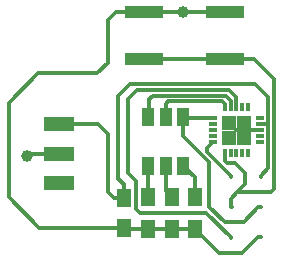
<source format=gtl>
G04 #@! TF.FileFunction,Copper,L1,Top,Signal*
%FSLAX46Y46*%
G04 Gerber Fmt 4.6, Leading zero omitted, Abs format (unit mm)*
G04 Created by KiCad (PCBNEW 4.0.4-stable) date 01/08/17 13:20:24*
%MOMM*%
%LPD*%
G01*
G04 APERTURE LIST*
%ADD10C,0.100000*%
%ADD11R,1.000000X1.500000*%
%ADD12R,3.200000X1.000000*%
%ADD13R,2.500000X1.200000*%
%ADD14R,0.300000X0.730000*%
%ADD15R,0.730000X0.300000*%
%ADD16R,1.250000X1.250000*%
%ADD17R,1.250000X1.500000*%
%ADD18R,1.300000X1.500000*%
%ADD19C,1.000000*%
%ADD20C,0.304800*%
G04 APERTURE END LIST*
D10*
D11*
X210320000Y-91150000D03*
X208820000Y-91150000D03*
X207320000Y-91150000D03*
X207320000Y-95250000D03*
X208820000Y-95250000D03*
X210320000Y-95250000D03*
D12*
X207020000Y-82250000D03*
X207020000Y-86250000D03*
X213820000Y-86250000D03*
X213820000Y-82250000D03*
D13*
X199820000Y-91750000D03*
X199820000Y-94290000D03*
X199820000Y-96750000D03*
D14*
X213820000Y-94215000D03*
X214320000Y-94215000D03*
X214820000Y-94215000D03*
X215320000Y-94215000D03*
X215820000Y-94215000D03*
D15*
X216785000Y-93250000D03*
X216785000Y-92750000D03*
X216785000Y-92250000D03*
X216785000Y-91750000D03*
X216785000Y-91250000D03*
D14*
X215820000Y-90285000D03*
X215320000Y-90285000D03*
X214820000Y-90285000D03*
X214320000Y-90285000D03*
X213820000Y-90285000D03*
D15*
X212855000Y-91250000D03*
X212855000Y-91750000D03*
X212855000Y-92250000D03*
X212855000Y-92750000D03*
X212855000Y-93250000D03*
D16*
X215445000Y-91625000D03*
X214195000Y-91625000D03*
X215445000Y-92875000D03*
X214195000Y-92875000D03*
D17*
X205320000Y-98000000D03*
X205320000Y-100500000D03*
D18*
X211320000Y-97900000D03*
X211320000Y-100600000D03*
X209320000Y-97900000D03*
X209320000Y-100600000D03*
X207320000Y-97900000D03*
X207320000Y-100600000D03*
D19*
X210320000Y-82250000D03*
X214195000Y-91625000D03*
X197120000Y-94450000D03*
D20*
X207020000Y-82250000D02*
X210320000Y-82250000D01*
X210320000Y-82250000D02*
X213820000Y-82250000D01*
X202720000Y-87450000D02*
X203020000Y-87450000D01*
X204620000Y-82250000D02*
X207020000Y-82250000D01*
X203920000Y-82950000D02*
X204620000Y-82250000D01*
X203920000Y-86550000D02*
X203920000Y-82950000D01*
X203020000Y-87450000D02*
X203920000Y-86550000D01*
X205320000Y-100500000D02*
X198070000Y-100500000D01*
X198020000Y-87450000D02*
X202720000Y-87450000D01*
X202720000Y-87450000D02*
X202820000Y-87450000D01*
X195520000Y-89950000D02*
X198020000Y-87450000D01*
X195520000Y-97950000D02*
X195520000Y-89950000D01*
X198070000Y-100500000D02*
X195520000Y-97950000D01*
X216785000Y-92250000D02*
X214820000Y-92250000D01*
X214820000Y-92250000D02*
X214195000Y-91625000D01*
X216785000Y-92250000D02*
X216070000Y-92250000D01*
X207320000Y-100600000D02*
X205420000Y-100600000D01*
X205420000Y-100600000D02*
X205320000Y-100500000D01*
X214820000Y-92250000D02*
X214195000Y-91625000D01*
X209320000Y-100600000D02*
X207320000Y-100600000D01*
X211320000Y-100600000D02*
X209320000Y-100600000D01*
X216860000Y-101330000D02*
X216640000Y-101330000D01*
X216640000Y-101330000D02*
X215320000Y-102650000D01*
X215320000Y-102650000D02*
X213370000Y-102650000D01*
X213370000Y-102650000D02*
X211320000Y-100600000D01*
X205320000Y-98000000D02*
X204470000Y-98000000D01*
X203120000Y-91750000D02*
X199820000Y-91750000D01*
X203920000Y-92550000D02*
X203120000Y-91750000D01*
X203920000Y-97450000D02*
X203920000Y-92550000D01*
X204470000Y-98000000D02*
X203920000Y-97450000D01*
X216420000Y-88350000D02*
X205820000Y-88350000D01*
X216420000Y-88350000D02*
X217520000Y-89450000D01*
X217520000Y-91550000D02*
X217520000Y-89450000D01*
X205320000Y-96850000D02*
X205320000Y-98000000D01*
X204820000Y-96350000D02*
X205320000Y-96850000D01*
X204820000Y-89350000D02*
X204820000Y-96350000D01*
X205820000Y-88350000D02*
X204820000Y-89350000D01*
X217520000Y-95450000D02*
X217520000Y-91550000D01*
X216860000Y-96250000D02*
X216860000Y-96110000D01*
X216860000Y-96110000D02*
X217520000Y-95450000D01*
X217320000Y-91750000D02*
X216785000Y-91750000D01*
X217520000Y-91550000D02*
X217320000Y-91750000D01*
X213820000Y-90285000D02*
X213820000Y-90050000D01*
X213820000Y-90050000D02*
X213577202Y-89807202D01*
X208820000Y-90050000D02*
X208820000Y-91150000D01*
X209062798Y-89807202D02*
X208820000Y-90050000D01*
X213577202Y-89807202D02*
X209062798Y-89807202D01*
X214320000Y-90285000D02*
X214320000Y-89750000D01*
X208520000Y-89350000D02*
X207720000Y-89350000D01*
X207720000Y-89350000D02*
X207420000Y-89650000D01*
X207420000Y-89650000D02*
X207420000Y-91050000D01*
X213920000Y-89350000D02*
X208520000Y-89350000D01*
X214320000Y-89750000D02*
X213920000Y-89350000D01*
X207420000Y-91050000D02*
X207320000Y-91150000D01*
X210320000Y-95250000D02*
X211320000Y-96250000D01*
X211320000Y-96250000D02*
X211320000Y-97900000D01*
X199820000Y-94290000D02*
X197280000Y-94290000D01*
X197280000Y-94290000D02*
X197120000Y-94450000D01*
X214320000Y-96250000D02*
X214320000Y-96103418D01*
X214320000Y-96103418D02*
X212320000Y-94103418D01*
X212320000Y-94103418D02*
X212320000Y-93785000D01*
X212320000Y-93785000D02*
X212855000Y-93250000D01*
X213820000Y-86250000D02*
X207020000Y-86250000D01*
X218020000Y-88250000D02*
X218020000Y-87950000D01*
X216320000Y-86250000D02*
X213820000Y-86250000D01*
X218020000Y-87950000D02*
X216320000Y-86250000D01*
X218020000Y-97250000D02*
X218020000Y-88250000D01*
X218020000Y-88250000D02*
X218020000Y-88150000D01*
X214870000Y-97500000D02*
X217770000Y-97500000D01*
X217770000Y-97500000D02*
X218020000Y-97250000D01*
X214320000Y-98790000D02*
X214320000Y-98050000D01*
X214320000Y-98050000D02*
X214870000Y-97500000D01*
X214870000Y-97500000D02*
X215520000Y-96850000D01*
X213820000Y-94850000D02*
X213820000Y-94215000D01*
X214020000Y-95050000D02*
X213820000Y-94850000D01*
X214720000Y-95050000D02*
X214020000Y-95050000D01*
X215520000Y-95850000D02*
X214720000Y-95050000D01*
X215520000Y-96850000D02*
X215520000Y-95850000D01*
X214320000Y-98790000D02*
X214480000Y-98790000D01*
X212520000Y-98750000D02*
X212520000Y-94950000D01*
X213820000Y-100050000D02*
X212520000Y-98750000D01*
X215420000Y-100050000D02*
X213820000Y-100050000D01*
X216680000Y-98790000D02*
X215420000Y-100050000D01*
X210320000Y-92750000D02*
X210320000Y-91150000D01*
X212520000Y-94950000D02*
X210320000Y-92750000D01*
X212855000Y-91250000D02*
X210420000Y-91250000D01*
X210420000Y-91250000D02*
X210320000Y-91150000D01*
X216860000Y-98790000D02*
X216680000Y-98790000D01*
X205620000Y-90050000D02*
X205620000Y-95850000D01*
X214320000Y-101330000D02*
X212240000Y-99250000D01*
X206420000Y-88850000D02*
X214220000Y-88850000D01*
X214820000Y-89450000D02*
X214820000Y-90285000D01*
X214220000Y-88850000D02*
X214820000Y-89450000D01*
X205620000Y-89650000D02*
X205620000Y-90050000D01*
X206420000Y-88850000D02*
X205620000Y-89650000D01*
X206620000Y-99250000D02*
X212240000Y-99250000D01*
X206320000Y-98950000D02*
X206620000Y-99250000D01*
X206320000Y-96550000D02*
X206320000Y-98950000D01*
X205620000Y-95850000D02*
X206320000Y-96550000D01*
X214320000Y-101330000D02*
X214320000Y-101350000D01*
X214777202Y-90285000D02*
X214820000Y-90285000D01*
X207320000Y-95250000D02*
X207320000Y-97900000D01*
X208820000Y-95250000D02*
X208820000Y-97400000D01*
X208820000Y-97400000D02*
X209320000Y-97900000D01*
M02*

</source>
